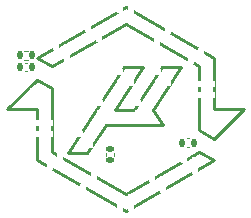
<source format=gbr>
%TF.GenerationSoftware,KiCad,Pcbnew,8.0.4*%
%TF.CreationDate,2024-10-23T12:58:23+11:00*%
%TF.ProjectId,Micron_Logo_LED,4d696372-6f6e-45f4-9c6f-676f5f4c4544,rev?*%
%TF.SameCoordinates,Original*%
%TF.FileFunction,Legend,Top*%
%TF.FilePolarity,Positive*%
%FSLAX46Y46*%
G04 Gerber Fmt 4.6, Leading zero omitted, Abs format (unit mm)*
G04 Created by KiCad (PCBNEW 8.0.4) date 2024-10-23 12:58:23*
%MOMM*%
%LPD*%
G01*
G04 APERTURE LIST*
G04 Aperture macros list*
%AMRoundRect*
0 Rectangle with rounded corners*
0 $1 Rounding radius*
0 $2 $3 $4 $5 $6 $7 $8 $9 X,Y pos of 4 corners*
0 Add a 4 corners polygon primitive as box body*
4,1,4,$2,$3,$4,$5,$6,$7,$8,$9,$2,$3,0*
0 Add four circle primitives for the rounded corners*
1,1,$1+$1,$2,$3*
1,1,$1+$1,$4,$5*
1,1,$1+$1,$6,$7*
1,1,$1+$1,$8,$9*
0 Add four rect primitives between the rounded corners*
20,1,$1+$1,$2,$3,$4,$5,0*
20,1,$1+$1,$4,$5,$6,$7,0*
20,1,$1+$1,$6,$7,$8,$9,0*
20,1,$1+$1,$8,$9,$2,$3,0*%
G04 Aperture macros list end*
%ADD10C,0.250000*%
%ADD11C,0.120000*%
%ADD12R,0.500000X0.500000*%
%ADD13RoundRect,0.135000X0.135000X0.185000X-0.135000X0.185000X-0.135000X-0.185000X0.135000X-0.185000X0*%
%ADD14RoundRect,0.140000X-0.140000X-0.170000X0.140000X-0.170000X0.140000X0.170000X-0.140000X0.170000X0*%
%ADD15RoundRect,0.140000X0.170000X-0.140000X0.170000X0.140000X-0.170000X0.140000X-0.170000X-0.140000X0*%
G04 APERTURE END LIST*
D10*
X144704000Y-96957873D02*
X152204000Y-92627746D01*
X152894086Y-101370005D02*
X151344098Y-101370005D01*
X159704000Y-96957873D02*
X159704000Y-101288000D01*
X153714049Y-97769961D02*
X152084568Y-97769961D01*
X152084568Y-97769961D02*
X147344626Y-104970038D01*
X162204000Y-101288000D02*
X159704000Y-103788000D01*
X144704000Y-98788000D02*
X145954000Y-99509688D01*
X147344626Y-104970038D02*
X148974127Y-104970039D01*
X156937143Y-97769961D02*
X155264106Y-97769961D01*
X159704000Y-101288000D02*
X162204000Y-101288000D01*
X144704000Y-105618127D02*
X144704000Y-101288000D01*
X158454000Y-97679561D02*
X152204000Y-94071122D01*
X158454000Y-103066312D02*
X158454000Y-97679561D01*
X148974127Y-104970039D02*
X150507560Y-102640726D01*
X159704000Y-105618127D02*
X152204000Y-109948254D01*
X145954000Y-99509688D02*
X145954000Y-104896439D01*
X154567221Y-101370005D02*
X156937143Y-97769961D01*
X159704000Y-103788000D02*
X158454000Y-103066312D01*
X142204000Y-101288000D02*
X144704000Y-98788000D01*
X145954000Y-104896439D02*
X152204000Y-108504878D01*
X152204000Y-109948254D02*
X144704000Y-105618127D01*
X152204000Y-94071122D02*
X145954000Y-97679561D01*
X152204000Y-108504878D02*
X158454000Y-104896439D01*
X152204000Y-92627746D02*
X159704000Y-96957873D01*
X155264106Y-97769961D02*
X152894086Y-101370005D01*
X144704000Y-101288000D02*
X142204000Y-101288000D01*
X145954000Y-97679561D02*
X144704000Y-96957873D01*
X155378315Y-102640726D02*
X154567221Y-101370005D01*
X151344098Y-101370005D02*
X153714049Y-97769961D01*
X158454000Y-104896439D02*
X159704000Y-105618127D01*
X150507560Y-102640726D02*
X155378315Y-102640726D01*
D11*
%TO.C,R1*%
X143917641Y-96336000D02*
X143610359Y-96336000D01*
X143917641Y-97096000D02*
X143610359Y-97096000D01*
%TO.C,C1*%
X143656164Y-97372000D02*
X143871836Y-97372000D01*
X143656164Y-98092000D02*
X143871836Y-98092000D01*
%TO.C,C2*%
X157372164Y-103780000D02*
X157587836Y-103780000D01*
X157372164Y-104500000D02*
X157587836Y-104500000D01*
%TO.C,C3*%
X150516000Y-105263836D02*
X150516000Y-105048164D01*
X151236000Y-105263836D02*
X151236000Y-105048164D01*
%TD*%
%LPC*%
D12*
%TO.C,D3*%
X151754000Y-92899434D03*
X151754000Y-93799434D03*
X152654000Y-93799434D03*
X152654000Y-92899434D03*
%TD*%
%TO.C,D2*%
X149035250Y-94469105D03*
X149035250Y-95369105D03*
X149935250Y-95369105D03*
X149935250Y-94469105D03*
%TD*%
%TO.C,D5*%
X157722750Y-96345493D03*
X157722750Y-97245493D03*
X158622750Y-97245493D03*
X158622750Y-96345493D03*
%TD*%
%TO.C,D15*%
X148331837Y-103410522D03*
X148331837Y-104310522D03*
X149231837Y-104310522D03*
X149231837Y-103410522D03*
%TD*%
%TO.C,D1*%
X146316500Y-96038776D03*
X146316500Y-96938776D03*
X147216500Y-96938776D03*
X147216500Y-96038776D03*
%TD*%
%TO.C,D10*%
X152654000Y-109676566D03*
X152654000Y-108776566D03*
X151754000Y-108776566D03*
X151754000Y-109676566D03*
%TD*%
%TO.C,D13*%
X145779000Y-103368274D03*
X145779000Y-102468274D03*
X144879000Y-102468274D03*
X144879000Y-103368274D03*
%TD*%
%TO.C,D14*%
X145247750Y-100668422D03*
X145247750Y-99768422D03*
X144347750Y-99768422D03*
X144347750Y-100668422D03*
%TD*%
%TO.C,D12*%
X146685250Y-106230507D03*
X146685250Y-105330507D03*
X145785250Y-105330507D03*
X145785250Y-106230507D03*
%TD*%
%TO.C,D7*%
X159160250Y-101907578D03*
X159160250Y-102807578D03*
X160060250Y-102807578D03*
X160060250Y-101907578D03*
%TD*%
D13*
%TO.C,R1*%
X144274000Y-96716000D03*
X143254000Y-96716000D03*
%TD*%
D12*
%TO.C,D9*%
X155372750Y-108106895D03*
X155372750Y-107206895D03*
X154472750Y-107206895D03*
X154472750Y-108106895D03*
%TD*%
%TO.C,D17*%
X153280664Y-101656005D03*
X154180664Y-101656005D03*
X154180664Y-100756005D03*
X153280664Y-100756005D03*
%TD*%
D14*
%TO.C,C1*%
X143284000Y-97732000D03*
X144244000Y-97732000D03*
%TD*%
%TO.C,C2*%
X157000000Y-104140000D03*
X157960000Y-104140000D03*
%TD*%
D12*
%TO.C,D16*%
X150079357Y-101656005D03*
X150979357Y-101656005D03*
X150979357Y-100756005D03*
X150079357Y-100756005D03*
%TD*%
%TO.C,D4*%
X154879000Y-94703653D03*
X154879000Y-95603653D03*
X155779000Y-95603653D03*
X155779000Y-94703653D03*
%TD*%
D15*
%TO.C,C3*%
X150876000Y-105636000D03*
X150876000Y-104676000D03*
%TD*%
D12*
%TO.C,D19*%
X154915190Y-98189132D03*
X154915190Y-99089132D03*
X155815190Y-99089132D03*
X155815190Y-98189132D03*
%TD*%
%TO.C,D6*%
X158629000Y-99207726D03*
X158629000Y-100107726D03*
X159529000Y-100107726D03*
X159529000Y-99207726D03*
%TD*%
%TO.C,D11*%
X149529000Y-107872347D03*
X149529000Y-106972347D03*
X148629000Y-106972347D03*
X148629000Y-107872347D03*
%TD*%
%TO.C,D18*%
X151769165Y-99089132D03*
X152669165Y-99089132D03*
X152669165Y-98189132D03*
X151769165Y-98189132D03*
%TD*%
%TO.C,D8*%
X158091500Y-106537224D03*
X158091500Y-105637224D03*
X157191500Y-105637224D03*
X157191500Y-106537224D03*
%TD*%
%LPD*%
M02*

</source>
